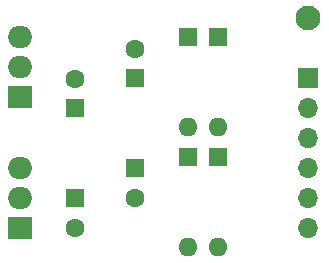
<source format=gbr>
%TF.GenerationSoftware,KiCad,Pcbnew,6.0.0*%
%TF.CreationDate,2022-01-20T18:31:14-07:00*%
%TF.ProjectId,cr3-power-regulator,6372332d-706f-4776-9572-2d726567756c,rev?*%
%TF.SameCoordinates,Original*%
%TF.FileFunction,Soldermask,Top*%
%TF.FilePolarity,Negative*%
%FSLAX46Y46*%
G04 Gerber Fmt 4.6, Leading zero omitted, Abs format (unit mm)*
G04 Created by KiCad (PCBNEW 6.0.0) date 2022-01-20 18:31:14*
%MOMM*%
%LPD*%
G01*
G04 APERTURE LIST*
%ADD10C,2.100000*%
%ADD11R,1.600000X1.600000*%
%ADD12C,1.600000*%
%ADD13R,2.000000X1.905000*%
%ADD14O,2.000000X1.905000*%
%ADD15R,1.700000X1.700000*%
%ADD16O,1.700000X1.700000*%
%ADD17O,1.600000X1.600000*%
G04 APERTURE END LIST*
D10*
%TO.C,REF\u002A\u002A*%
X189953978Y-70795183D03*
%TD*%
D11*
%TO.C,C4*%
X175260000Y-83495183D03*
D12*
X175260000Y-85995183D03*
%TD*%
D11*
%TO.C,C3*%
X175260000Y-75875183D03*
D12*
X175260000Y-73375183D03*
%TD*%
D11*
%TO.C,C2*%
X170180000Y-86035183D03*
D12*
X170180000Y-88535183D03*
%TD*%
D11*
%TO.C,C1*%
X170180000Y-78415183D03*
D12*
X170180000Y-75915183D03*
%TD*%
D13*
%TO.C,U2*%
X165498978Y-88575183D03*
D14*
X165498978Y-86035183D03*
X165498978Y-83495183D03*
%TD*%
D13*
%TO.C,U1*%
X165498978Y-77470000D03*
D14*
X165498978Y-74930000D03*
X165498978Y-72390000D03*
%TD*%
D15*
%TO.C,J1*%
X189953978Y-75875183D03*
D16*
X189953978Y-78415183D03*
X189953978Y-80955183D03*
X189953978Y-83495183D03*
X189953978Y-86035183D03*
X189953978Y-88575183D03*
%TD*%
D11*
%TO.C,D4*%
X182333978Y-82550000D03*
D17*
X182333978Y-90170000D03*
%TD*%
D11*
%TO.C,D2*%
X182333978Y-72390000D03*
D17*
X182333978Y-80010000D03*
%TD*%
%TO.C,D1*%
X179793978Y-80010000D03*
D11*
X179793978Y-72390000D03*
%TD*%
%TO.C,D3*%
X179793978Y-82550000D03*
D17*
X179793978Y-90170000D03*
%TD*%
M02*

</source>
